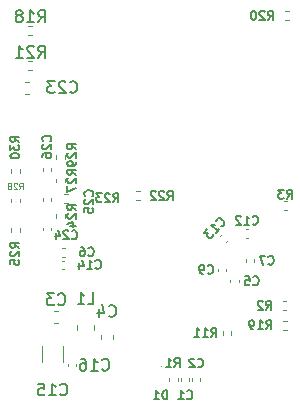
<source format=gbr>
%TF.GenerationSoftware,KiCad,Pcbnew,(5.1.9)-1*%
%TF.CreationDate,2021-05-10T17:37:34+02:00*%
%TF.ProjectId,Driverino,44726976-6572-4696-9e6f-2e6b69636164,rev?*%
%TF.SameCoordinates,Original*%
%TF.FileFunction,Legend,Bot*%
%TF.FilePolarity,Positive*%
%FSLAX46Y46*%
G04 Gerber Fmt 4.6, Leading zero omitted, Abs format (unit mm)*
G04 Created by KiCad (PCBNEW (5.1.9)-1) date 2021-05-10 17:37:34*
%MOMM*%
%LPD*%
G01*
G04 APERTURE LIST*
%ADD10C,0.120000*%
%ADD11C,0.100000*%
%ADD12C,0.150000*%
%ADD13C,0.125000*%
G04 APERTURE END LIST*
D10*
%TO.C,C1*%
X147190000Y-108057836D02*
X147190000Y-107842164D01*
X147910000Y-108057836D02*
X147910000Y-107842164D01*
%TO.C,C2*%
X148140000Y-108057836D02*
X148140000Y-107842164D01*
X148860000Y-108057836D02*
X148860000Y-107842164D01*
%TO.C,C3*%
X136509420Y-102127500D02*
X136790580Y-102127500D01*
X136509420Y-103147500D02*
X136790580Y-103147500D01*
%TO.C,C4*%
X141460000Y-104515580D02*
X141460000Y-104234420D01*
X140440000Y-104515580D02*
X140440000Y-104234420D01*
%TO.C,C5*%
X151390000Y-99527164D02*
X151390000Y-99742836D01*
X152110000Y-99527164D02*
X152110000Y-99742836D01*
%TO.C,C6*%
X137167164Y-97560000D02*
X137382836Y-97560000D01*
X137167164Y-96840000D02*
X137382836Y-96840000D01*
%TO.C,C7*%
X152690000Y-97792164D02*
X152690000Y-98007836D01*
X153410000Y-97792164D02*
X153410000Y-98007836D01*
%TO.C,C9*%
X151060000Y-98782836D02*
X151060000Y-98567164D01*
X150340000Y-98782836D02*
X150340000Y-98567164D01*
%TO.C,C12*%
X152692164Y-95960000D02*
X152907836Y-95960000D01*
X152692164Y-95240000D02*
X152907836Y-95240000D01*
%TO.C,C13*%
X150519190Y-95771693D02*
X150671693Y-95619190D01*
X151028307Y-96280810D02*
X151180810Y-96128307D01*
%TO.C,C14*%
X137142164Y-97890000D02*
X137357836Y-97890000D01*
X137142164Y-98610000D02*
X137357836Y-98610000D01*
%TO.C,C15*%
X137260000Y-106511252D02*
X137260000Y-105088748D01*
X135440000Y-106511252D02*
X135440000Y-105088748D01*
%TO.C,C16*%
X137640000Y-106857836D02*
X137640000Y-106642164D01*
X138360000Y-106857836D02*
X138360000Y-106642164D01*
%TO.C,C23*%
X134044420Y-82740000D02*
X134325580Y-82740000D01*
X134044420Y-83760000D02*
X134325580Y-83760000D01*
%TO.C,C24*%
X136260000Y-95092164D02*
X136260000Y-95307836D01*
X135540000Y-95092164D02*
X135540000Y-95307836D01*
%TO.C,C25*%
X135540000Y-92592164D02*
X135540000Y-92807836D01*
X136260000Y-92592164D02*
X136260000Y-92807836D01*
%TO.C,C26*%
X136260000Y-90092164D02*
X136260000Y-90307836D01*
X135540000Y-90092164D02*
X135540000Y-90307836D01*
D11*
%TO.C,D1*%
X145575000Y-106860000D02*
G75*
G03*
X145575000Y-106860000I-50000J0D01*
G01*
D10*
%TO.C,L1*%
X139897500Y-103777064D02*
X139897500Y-103322936D01*
X138427500Y-103777064D02*
X138427500Y-103322936D01*
%TO.C,R1*%
X146170000Y-107796359D02*
X146170000Y-108103641D01*
X146930000Y-107796359D02*
X146930000Y-108103641D01*
%TO.C,R2*%
X155836359Y-102080000D02*
X156143641Y-102080000D01*
X155836359Y-101320000D02*
X156143641Y-101320000D01*
%TO.C,R3*%
X155923859Y-93630000D02*
X156231141Y-93630000D01*
X155923859Y-92870000D02*
X156231141Y-92870000D01*
%TO.C,R11*%
X150740000Y-104153641D02*
X150740000Y-103846359D01*
X151500000Y-104153641D02*
X151500000Y-103846359D01*
%TO.C,R18*%
X134603641Y-78780000D02*
X134296359Y-78780000D01*
X134603641Y-78020000D02*
X134296359Y-78020000D01*
%TO.C,R19*%
X155873859Y-102970000D02*
X156181141Y-102970000D01*
X155873859Y-103730000D02*
X156181141Y-103730000D01*
%TO.C,R20*%
X156046359Y-77555000D02*
X156353641Y-77555000D01*
X156046359Y-76795000D02*
X156353641Y-76795000D01*
%TO.C,R21*%
X134603641Y-81780000D02*
X134296359Y-81780000D01*
X134603641Y-81020000D02*
X134296359Y-81020000D01*
%TO.C,R22*%
X143446359Y-92020000D02*
X143753641Y-92020000D01*
X143446359Y-92780000D02*
X143753641Y-92780000D01*
%TO.C,R23*%
X137346359Y-92220000D02*
X137653641Y-92220000D01*
X137346359Y-92980000D02*
X137653641Y-92980000D01*
%TO.C,R24*%
X136620000Y-93946359D02*
X136620000Y-94253641D01*
X137380000Y-93946359D02*
X137380000Y-94253641D01*
%TO.C,R25*%
X133580000Y-95453641D02*
X133580000Y-95146359D01*
X132820000Y-95453641D02*
X132820000Y-95146359D01*
%TO.C,R27*%
X136620000Y-91253641D02*
X136620000Y-90946359D01*
X137380000Y-91253641D02*
X137380000Y-90946359D01*
%TO.C,R28*%
X132820000Y-92953641D02*
X132820000Y-92646359D01*
X133580000Y-92953641D02*
X133580000Y-92646359D01*
%TO.C,R29*%
X136620000Y-88946359D02*
X136620000Y-89253641D01*
X137380000Y-88946359D02*
X137380000Y-89253641D01*
%TO.C,R30*%
X132820000Y-90453641D02*
X132820000Y-90146359D01*
X133580000Y-90453641D02*
X133580000Y-90146359D01*
%TO.C,C1*%
D12*
X147725000Y-109567857D02*
X147760714Y-109603571D01*
X147867857Y-109639285D01*
X147939285Y-109639285D01*
X148046428Y-109603571D01*
X148117857Y-109532142D01*
X148153571Y-109460714D01*
X148189285Y-109317857D01*
X148189285Y-109210714D01*
X148153571Y-109067857D01*
X148117857Y-108996428D01*
X148046428Y-108925000D01*
X147939285Y-108889285D01*
X147867857Y-108889285D01*
X147760714Y-108925000D01*
X147725000Y-108960714D01*
X147010714Y-109639285D02*
X147439285Y-109639285D01*
X147225000Y-109639285D02*
X147225000Y-108889285D01*
X147296428Y-108996428D01*
X147367857Y-109067857D01*
X147439285Y-109103571D01*
%TO.C,C2*%
X148625000Y-106867857D02*
X148660714Y-106903571D01*
X148767857Y-106939285D01*
X148839285Y-106939285D01*
X148946428Y-106903571D01*
X149017857Y-106832142D01*
X149053571Y-106760714D01*
X149089285Y-106617857D01*
X149089285Y-106510714D01*
X149053571Y-106367857D01*
X149017857Y-106296428D01*
X148946428Y-106225000D01*
X148839285Y-106189285D01*
X148767857Y-106189285D01*
X148660714Y-106225000D01*
X148625000Y-106260714D01*
X148339285Y-106260714D02*
X148303571Y-106225000D01*
X148232142Y-106189285D01*
X148053571Y-106189285D01*
X147982142Y-106225000D01*
X147946428Y-106260714D01*
X147910714Y-106332142D01*
X147910714Y-106403571D01*
X147946428Y-106510714D01*
X148375000Y-106939285D01*
X147910714Y-106939285D01*
%TO.C,C3*%
X136826666Y-101577142D02*
X136874285Y-101624761D01*
X137017142Y-101672380D01*
X137112380Y-101672380D01*
X137255238Y-101624761D01*
X137350476Y-101529523D01*
X137398095Y-101434285D01*
X137445714Y-101243809D01*
X137445714Y-101100952D01*
X137398095Y-100910476D01*
X137350476Y-100815238D01*
X137255238Y-100720000D01*
X137112380Y-100672380D01*
X137017142Y-100672380D01*
X136874285Y-100720000D01*
X136826666Y-100767619D01*
X136493333Y-100672380D02*
X135874285Y-100672380D01*
X136207619Y-101053333D01*
X136064761Y-101053333D01*
X135969523Y-101100952D01*
X135921904Y-101148571D01*
X135874285Y-101243809D01*
X135874285Y-101481904D01*
X135921904Y-101577142D01*
X135969523Y-101624761D01*
X136064761Y-101672380D01*
X136350476Y-101672380D01*
X136445714Y-101624761D01*
X136493333Y-101577142D01*
%TO.C,C4*%
X141116666Y-102557142D02*
X141164285Y-102604761D01*
X141307142Y-102652380D01*
X141402380Y-102652380D01*
X141545238Y-102604761D01*
X141640476Y-102509523D01*
X141688095Y-102414285D01*
X141735714Y-102223809D01*
X141735714Y-102080952D01*
X141688095Y-101890476D01*
X141640476Y-101795238D01*
X141545238Y-101700000D01*
X141402380Y-101652380D01*
X141307142Y-101652380D01*
X141164285Y-101700000D01*
X141116666Y-101747619D01*
X140259523Y-101985714D02*
X140259523Y-102652380D01*
X140497619Y-101604761D02*
X140735714Y-102319047D01*
X140116666Y-102319047D01*
%TO.C,C5*%
X153325000Y-99902857D02*
X153360714Y-99938571D01*
X153467857Y-99974285D01*
X153539285Y-99974285D01*
X153646428Y-99938571D01*
X153717857Y-99867142D01*
X153753571Y-99795714D01*
X153789285Y-99652857D01*
X153789285Y-99545714D01*
X153753571Y-99402857D01*
X153717857Y-99331428D01*
X153646428Y-99260000D01*
X153539285Y-99224285D01*
X153467857Y-99224285D01*
X153360714Y-99260000D01*
X153325000Y-99295714D01*
X152646428Y-99224285D02*
X153003571Y-99224285D01*
X153039285Y-99581428D01*
X153003571Y-99545714D01*
X152932142Y-99510000D01*
X152753571Y-99510000D01*
X152682142Y-99545714D01*
X152646428Y-99581428D01*
X152610714Y-99652857D01*
X152610714Y-99831428D01*
X152646428Y-99902857D01*
X152682142Y-99938571D01*
X152753571Y-99974285D01*
X152932142Y-99974285D01*
X153003571Y-99938571D01*
X153039285Y-99902857D01*
%TO.C,C6*%
X139375000Y-97442857D02*
X139410714Y-97478571D01*
X139517857Y-97514285D01*
X139589285Y-97514285D01*
X139696428Y-97478571D01*
X139767857Y-97407142D01*
X139803571Y-97335714D01*
X139839285Y-97192857D01*
X139839285Y-97085714D01*
X139803571Y-96942857D01*
X139767857Y-96871428D01*
X139696428Y-96800000D01*
X139589285Y-96764285D01*
X139517857Y-96764285D01*
X139410714Y-96800000D01*
X139375000Y-96835714D01*
X138732142Y-96764285D02*
X138875000Y-96764285D01*
X138946428Y-96800000D01*
X138982142Y-96835714D01*
X139053571Y-96942857D01*
X139089285Y-97085714D01*
X139089285Y-97371428D01*
X139053571Y-97442857D01*
X139017857Y-97478571D01*
X138946428Y-97514285D01*
X138803571Y-97514285D01*
X138732142Y-97478571D01*
X138696428Y-97442857D01*
X138660714Y-97371428D01*
X138660714Y-97192857D01*
X138696428Y-97121428D01*
X138732142Y-97085714D01*
X138803571Y-97050000D01*
X138946428Y-97050000D01*
X139017857Y-97085714D01*
X139053571Y-97121428D01*
X139089285Y-97192857D01*
%TO.C,C7*%
X154625000Y-98167857D02*
X154660714Y-98203571D01*
X154767857Y-98239285D01*
X154839285Y-98239285D01*
X154946428Y-98203571D01*
X155017857Y-98132142D01*
X155053571Y-98060714D01*
X155089285Y-97917857D01*
X155089285Y-97810714D01*
X155053571Y-97667857D01*
X155017857Y-97596428D01*
X154946428Y-97525000D01*
X154839285Y-97489285D01*
X154767857Y-97489285D01*
X154660714Y-97525000D01*
X154625000Y-97560714D01*
X154375000Y-97489285D02*
X153875000Y-97489285D01*
X154196428Y-98239285D01*
%TO.C,C9*%
X149475000Y-98942857D02*
X149510714Y-98978571D01*
X149617857Y-99014285D01*
X149689285Y-99014285D01*
X149796428Y-98978571D01*
X149867857Y-98907142D01*
X149903571Y-98835714D01*
X149939285Y-98692857D01*
X149939285Y-98585714D01*
X149903571Y-98442857D01*
X149867857Y-98371428D01*
X149796428Y-98300000D01*
X149689285Y-98264285D01*
X149617857Y-98264285D01*
X149510714Y-98300000D01*
X149475000Y-98335714D01*
X149117857Y-99014285D02*
X148975000Y-99014285D01*
X148903571Y-98978571D01*
X148867857Y-98942857D01*
X148796428Y-98835714D01*
X148760714Y-98692857D01*
X148760714Y-98407142D01*
X148796428Y-98335714D01*
X148832142Y-98300000D01*
X148903571Y-98264285D01*
X149046428Y-98264285D01*
X149117857Y-98300000D01*
X149153571Y-98335714D01*
X149189285Y-98407142D01*
X149189285Y-98585714D01*
X149153571Y-98657142D01*
X149117857Y-98692857D01*
X149046428Y-98728571D01*
X148903571Y-98728571D01*
X148832142Y-98692857D01*
X148796428Y-98657142D01*
X148760714Y-98585714D01*
%TO.C,C12*%
X153282142Y-94767857D02*
X153317857Y-94803571D01*
X153425000Y-94839285D01*
X153496428Y-94839285D01*
X153603571Y-94803571D01*
X153675000Y-94732142D01*
X153710714Y-94660714D01*
X153746428Y-94517857D01*
X153746428Y-94410714D01*
X153710714Y-94267857D01*
X153675000Y-94196428D01*
X153603571Y-94125000D01*
X153496428Y-94089285D01*
X153425000Y-94089285D01*
X153317857Y-94125000D01*
X153282142Y-94160714D01*
X152567857Y-94839285D02*
X152996428Y-94839285D01*
X152782142Y-94839285D02*
X152782142Y-94089285D01*
X152853571Y-94196428D01*
X152925000Y-94267857D01*
X152996428Y-94303571D01*
X152282142Y-94160714D02*
X152246428Y-94125000D01*
X152175000Y-94089285D01*
X151996428Y-94089285D01*
X151925000Y-94125000D01*
X151889285Y-94160714D01*
X151853571Y-94232142D01*
X151853571Y-94303571D01*
X151889285Y-94410714D01*
X152317857Y-94839285D01*
X151853571Y-94839285D01*
%TO.C,C13*%
X150630329Y-94998477D02*
X150680836Y-94998477D01*
X150781851Y-94947969D01*
X150832359Y-94897461D01*
X150882867Y-94796446D01*
X150882867Y-94695431D01*
X150857613Y-94619669D01*
X150781851Y-94493400D01*
X150706090Y-94417639D01*
X150579821Y-94341877D01*
X150504060Y-94316624D01*
X150403044Y-94316624D01*
X150302029Y-94367131D01*
X150251521Y-94417639D01*
X150201014Y-94518654D01*
X150201014Y-94569162D01*
X150175760Y-95554061D02*
X150478806Y-95251015D01*
X150327283Y-95402538D02*
X149796953Y-94872208D01*
X149923222Y-94897461D01*
X150024237Y-94897461D01*
X150099999Y-94872208D01*
X149468653Y-95200507D02*
X149140354Y-95528807D01*
X149519161Y-95554061D01*
X149443399Y-95629822D01*
X149418146Y-95705583D01*
X149418146Y-95756091D01*
X149443399Y-95831852D01*
X149569668Y-95958122D01*
X149645430Y-95983375D01*
X149695937Y-95983375D01*
X149771699Y-95958122D01*
X149923222Y-95806599D01*
X149948476Y-95730837D01*
X149948476Y-95680330D01*
%TO.C,C14*%
X139982142Y-98517857D02*
X140017857Y-98553571D01*
X140125000Y-98589285D01*
X140196428Y-98589285D01*
X140303571Y-98553571D01*
X140375000Y-98482142D01*
X140410714Y-98410714D01*
X140446428Y-98267857D01*
X140446428Y-98160714D01*
X140410714Y-98017857D01*
X140375000Y-97946428D01*
X140303571Y-97875000D01*
X140196428Y-97839285D01*
X140125000Y-97839285D01*
X140017857Y-97875000D01*
X139982142Y-97910714D01*
X139267857Y-98589285D02*
X139696428Y-98589285D01*
X139482142Y-98589285D02*
X139482142Y-97839285D01*
X139553571Y-97946428D01*
X139625000Y-98017857D01*
X139696428Y-98053571D01*
X138625000Y-98089285D02*
X138625000Y-98589285D01*
X138803571Y-97803571D02*
X138982142Y-98339285D01*
X138517857Y-98339285D01*
%TO.C,C15*%
X136992857Y-109207142D02*
X137040476Y-109254761D01*
X137183333Y-109302380D01*
X137278571Y-109302380D01*
X137421428Y-109254761D01*
X137516666Y-109159523D01*
X137564285Y-109064285D01*
X137611904Y-108873809D01*
X137611904Y-108730952D01*
X137564285Y-108540476D01*
X137516666Y-108445238D01*
X137421428Y-108350000D01*
X137278571Y-108302380D01*
X137183333Y-108302380D01*
X137040476Y-108350000D01*
X136992857Y-108397619D01*
X136040476Y-109302380D02*
X136611904Y-109302380D01*
X136326190Y-109302380D02*
X136326190Y-108302380D01*
X136421428Y-108445238D01*
X136516666Y-108540476D01*
X136611904Y-108588095D01*
X135135714Y-108302380D02*
X135611904Y-108302380D01*
X135659523Y-108778571D01*
X135611904Y-108730952D01*
X135516666Y-108683333D01*
X135278571Y-108683333D01*
X135183333Y-108730952D01*
X135135714Y-108778571D01*
X135088095Y-108873809D01*
X135088095Y-109111904D01*
X135135714Y-109207142D01*
X135183333Y-109254761D01*
X135278571Y-109302380D01*
X135516666Y-109302380D01*
X135611904Y-109254761D01*
X135659523Y-109207142D01*
%TO.C,C16*%
X140542857Y-107107142D02*
X140590476Y-107154761D01*
X140733333Y-107202380D01*
X140828571Y-107202380D01*
X140971428Y-107154761D01*
X141066666Y-107059523D01*
X141114285Y-106964285D01*
X141161904Y-106773809D01*
X141161904Y-106630952D01*
X141114285Y-106440476D01*
X141066666Y-106345238D01*
X140971428Y-106250000D01*
X140828571Y-106202380D01*
X140733333Y-106202380D01*
X140590476Y-106250000D01*
X140542857Y-106297619D01*
X139590476Y-107202380D02*
X140161904Y-107202380D01*
X139876190Y-107202380D02*
X139876190Y-106202380D01*
X139971428Y-106345238D01*
X140066666Y-106440476D01*
X140161904Y-106488095D01*
X138733333Y-106202380D02*
X138923809Y-106202380D01*
X139019047Y-106250000D01*
X139066666Y-106297619D01*
X139161904Y-106440476D01*
X139209523Y-106630952D01*
X139209523Y-107011904D01*
X139161904Y-107107142D01*
X139114285Y-107154761D01*
X139019047Y-107202380D01*
X138828571Y-107202380D01*
X138733333Y-107154761D01*
X138685714Y-107107142D01*
X138638095Y-107011904D01*
X138638095Y-106773809D01*
X138685714Y-106678571D01*
X138733333Y-106630952D01*
X138828571Y-106583333D01*
X139019047Y-106583333D01*
X139114285Y-106630952D01*
X139161904Y-106678571D01*
X139209523Y-106773809D01*
%TO.C,C23*%
X137827857Y-83607142D02*
X137875476Y-83654761D01*
X138018333Y-83702380D01*
X138113571Y-83702380D01*
X138256428Y-83654761D01*
X138351666Y-83559523D01*
X138399285Y-83464285D01*
X138446904Y-83273809D01*
X138446904Y-83130952D01*
X138399285Y-82940476D01*
X138351666Y-82845238D01*
X138256428Y-82750000D01*
X138113571Y-82702380D01*
X138018333Y-82702380D01*
X137875476Y-82750000D01*
X137827857Y-82797619D01*
X137446904Y-82797619D02*
X137399285Y-82750000D01*
X137304047Y-82702380D01*
X137065952Y-82702380D01*
X136970714Y-82750000D01*
X136923095Y-82797619D01*
X136875476Y-82892857D01*
X136875476Y-82988095D01*
X136923095Y-83130952D01*
X137494523Y-83702380D01*
X136875476Y-83702380D01*
X136542142Y-82702380D02*
X135923095Y-82702380D01*
X136256428Y-83083333D01*
X136113571Y-83083333D01*
X136018333Y-83130952D01*
X135970714Y-83178571D01*
X135923095Y-83273809D01*
X135923095Y-83511904D01*
X135970714Y-83607142D01*
X136018333Y-83654761D01*
X136113571Y-83702380D01*
X136399285Y-83702380D01*
X136494523Y-83654761D01*
X136542142Y-83607142D01*
%TO.C,C24*%
X137982142Y-96017857D02*
X138017857Y-96053571D01*
X138125000Y-96089285D01*
X138196428Y-96089285D01*
X138303571Y-96053571D01*
X138375000Y-95982142D01*
X138410714Y-95910714D01*
X138446428Y-95767857D01*
X138446428Y-95660714D01*
X138410714Y-95517857D01*
X138375000Y-95446428D01*
X138303571Y-95375000D01*
X138196428Y-95339285D01*
X138125000Y-95339285D01*
X138017857Y-95375000D01*
X137982142Y-95410714D01*
X137696428Y-95410714D02*
X137660714Y-95375000D01*
X137589285Y-95339285D01*
X137410714Y-95339285D01*
X137339285Y-95375000D01*
X137303571Y-95410714D01*
X137267857Y-95482142D01*
X137267857Y-95553571D01*
X137303571Y-95660714D01*
X137732142Y-96089285D01*
X137267857Y-96089285D01*
X136625000Y-95589285D02*
X136625000Y-96089285D01*
X136803571Y-95303571D02*
X136982142Y-95839285D01*
X136517857Y-95839285D01*
%TO.C,C25*%
X139717857Y-92417857D02*
X139753571Y-92382142D01*
X139789285Y-92275000D01*
X139789285Y-92203571D01*
X139753571Y-92096428D01*
X139682142Y-92025000D01*
X139610714Y-91989285D01*
X139467857Y-91953571D01*
X139360714Y-91953571D01*
X139217857Y-91989285D01*
X139146428Y-92025000D01*
X139075000Y-92096428D01*
X139039285Y-92203571D01*
X139039285Y-92275000D01*
X139075000Y-92382142D01*
X139110714Y-92417857D01*
X139110714Y-92703571D02*
X139075000Y-92739285D01*
X139039285Y-92810714D01*
X139039285Y-92989285D01*
X139075000Y-93060714D01*
X139110714Y-93096428D01*
X139182142Y-93132142D01*
X139253571Y-93132142D01*
X139360714Y-93096428D01*
X139789285Y-92667857D01*
X139789285Y-93132142D01*
X139039285Y-93810714D02*
X139039285Y-93453571D01*
X139396428Y-93417857D01*
X139360714Y-93453571D01*
X139325000Y-93525000D01*
X139325000Y-93703571D01*
X139360714Y-93775000D01*
X139396428Y-93810714D01*
X139467857Y-93846428D01*
X139646428Y-93846428D01*
X139717857Y-93810714D01*
X139753571Y-93775000D01*
X139789285Y-93703571D01*
X139789285Y-93525000D01*
X139753571Y-93453571D01*
X139717857Y-93417857D01*
%TO.C,C26*%
X136167857Y-87767857D02*
X136203571Y-87732142D01*
X136239285Y-87625000D01*
X136239285Y-87553571D01*
X136203571Y-87446428D01*
X136132142Y-87375000D01*
X136060714Y-87339285D01*
X135917857Y-87303571D01*
X135810714Y-87303571D01*
X135667857Y-87339285D01*
X135596428Y-87375000D01*
X135525000Y-87446428D01*
X135489285Y-87553571D01*
X135489285Y-87625000D01*
X135525000Y-87732142D01*
X135560714Y-87767857D01*
X135560714Y-88053571D02*
X135525000Y-88089285D01*
X135489285Y-88160714D01*
X135489285Y-88339285D01*
X135525000Y-88410714D01*
X135560714Y-88446428D01*
X135632142Y-88482142D01*
X135703571Y-88482142D01*
X135810714Y-88446428D01*
X136239285Y-88017857D01*
X136239285Y-88482142D01*
X135489285Y-89125000D02*
X135489285Y-88982142D01*
X135525000Y-88910714D01*
X135560714Y-88875000D01*
X135667857Y-88803571D01*
X135810714Y-88767857D01*
X136096428Y-88767857D01*
X136167857Y-88803571D01*
X136203571Y-88839285D01*
X136239285Y-88910714D01*
X136239285Y-89053571D01*
X136203571Y-89125000D01*
X136167857Y-89160714D01*
X136096428Y-89196428D01*
X135917857Y-89196428D01*
X135846428Y-89160714D01*
X135810714Y-89125000D01*
X135775000Y-89053571D01*
X135775000Y-88910714D01*
X135810714Y-88839285D01*
X135846428Y-88803571D01*
X135917857Y-88767857D01*
%TO.C,D1*%
X146053571Y-109639285D02*
X146053571Y-108889285D01*
X145875000Y-108889285D01*
X145767857Y-108925000D01*
X145696428Y-108996428D01*
X145660714Y-109067857D01*
X145625000Y-109210714D01*
X145625000Y-109317857D01*
X145660714Y-109460714D01*
X145696428Y-109532142D01*
X145767857Y-109603571D01*
X145875000Y-109639285D01*
X146053571Y-109639285D01*
X144910714Y-109639285D02*
X145339285Y-109639285D01*
X145125000Y-109639285D02*
X145125000Y-108889285D01*
X145196428Y-108996428D01*
X145267857Y-109067857D01*
X145339285Y-109103571D01*
%TO.C,L1*%
X139326666Y-101582380D02*
X139802857Y-101582380D01*
X139802857Y-100582380D01*
X138469523Y-101582380D02*
X139040952Y-101582380D01*
X138755238Y-101582380D02*
X138755238Y-100582380D01*
X138850476Y-100725238D01*
X138945714Y-100820476D01*
X139040952Y-100868095D01*
%TO.C,R1*%
X146675000Y-106889285D02*
X146925000Y-106532142D01*
X147103571Y-106889285D02*
X147103571Y-106139285D01*
X146817857Y-106139285D01*
X146746428Y-106175000D01*
X146710714Y-106210714D01*
X146675000Y-106282142D01*
X146675000Y-106389285D01*
X146710714Y-106460714D01*
X146746428Y-106496428D01*
X146817857Y-106532142D01*
X147103571Y-106532142D01*
X145960714Y-106889285D02*
X146389285Y-106889285D01*
X146175000Y-106889285D02*
X146175000Y-106139285D01*
X146246428Y-106246428D01*
X146317857Y-106317857D01*
X146389285Y-106353571D01*
%TO.C,R2*%
X154425000Y-102039285D02*
X154675000Y-101682142D01*
X154853571Y-102039285D02*
X154853571Y-101289285D01*
X154567857Y-101289285D01*
X154496428Y-101325000D01*
X154460714Y-101360714D01*
X154425000Y-101432142D01*
X154425000Y-101539285D01*
X154460714Y-101610714D01*
X154496428Y-101646428D01*
X154567857Y-101682142D01*
X154853571Y-101682142D01*
X154139285Y-101360714D02*
X154103571Y-101325000D01*
X154032142Y-101289285D01*
X153853571Y-101289285D01*
X153782142Y-101325000D01*
X153746428Y-101360714D01*
X153710714Y-101432142D01*
X153710714Y-101503571D01*
X153746428Y-101610714D01*
X154175000Y-102039285D01*
X153710714Y-102039285D01*
%TO.C,R3*%
X156175000Y-92639285D02*
X156425000Y-92282142D01*
X156603571Y-92639285D02*
X156603571Y-91889285D01*
X156317857Y-91889285D01*
X156246428Y-91925000D01*
X156210714Y-91960714D01*
X156175000Y-92032142D01*
X156175000Y-92139285D01*
X156210714Y-92210714D01*
X156246428Y-92246428D01*
X156317857Y-92282142D01*
X156603571Y-92282142D01*
X155925000Y-91889285D02*
X155460714Y-91889285D01*
X155710714Y-92175000D01*
X155603571Y-92175000D01*
X155532142Y-92210714D01*
X155496428Y-92246428D01*
X155460714Y-92317857D01*
X155460714Y-92496428D01*
X155496428Y-92567857D01*
X155532142Y-92603571D01*
X155603571Y-92639285D01*
X155817857Y-92639285D01*
X155889285Y-92603571D01*
X155925000Y-92567857D01*
%TO.C,R11*%
X149782142Y-104339285D02*
X150032142Y-103982142D01*
X150210714Y-104339285D02*
X150210714Y-103589285D01*
X149925000Y-103589285D01*
X149853571Y-103625000D01*
X149817857Y-103660714D01*
X149782142Y-103732142D01*
X149782142Y-103839285D01*
X149817857Y-103910714D01*
X149853571Y-103946428D01*
X149925000Y-103982142D01*
X150210714Y-103982142D01*
X149067857Y-104339285D02*
X149496428Y-104339285D01*
X149282142Y-104339285D02*
X149282142Y-103589285D01*
X149353571Y-103696428D01*
X149425000Y-103767857D01*
X149496428Y-103803571D01*
X148353571Y-104339285D02*
X148782142Y-104339285D01*
X148567857Y-104339285D02*
X148567857Y-103589285D01*
X148639285Y-103696428D01*
X148710714Y-103767857D01*
X148782142Y-103803571D01*
%TO.C,R18*%
X135142857Y-77702380D02*
X135476190Y-77226190D01*
X135714285Y-77702380D02*
X135714285Y-76702380D01*
X135333333Y-76702380D01*
X135238095Y-76750000D01*
X135190476Y-76797619D01*
X135142857Y-76892857D01*
X135142857Y-77035714D01*
X135190476Y-77130952D01*
X135238095Y-77178571D01*
X135333333Y-77226190D01*
X135714285Y-77226190D01*
X134190476Y-77702380D02*
X134761904Y-77702380D01*
X134476190Y-77702380D02*
X134476190Y-76702380D01*
X134571428Y-76845238D01*
X134666666Y-76940476D01*
X134761904Y-76988095D01*
X133619047Y-77130952D02*
X133714285Y-77083333D01*
X133761904Y-77035714D01*
X133809523Y-76940476D01*
X133809523Y-76892857D01*
X133761904Y-76797619D01*
X133714285Y-76750000D01*
X133619047Y-76702380D01*
X133428571Y-76702380D01*
X133333333Y-76750000D01*
X133285714Y-76797619D01*
X133238095Y-76892857D01*
X133238095Y-76940476D01*
X133285714Y-77035714D01*
X133333333Y-77083333D01*
X133428571Y-77130952D01*
X133619047Y-77130952D01*
X133714285Y-77178571D01*
X133761904Y-77226190D01*
X133809523Y-77321428D01*
X133809523Y-77511904D01*
X133761904Y-77607142D01*
X133714285Y-77654761D01*
X133619047Y-77702380D01*
X133428571Y-77702380D01*
X133333333Y-77654761D01*
X133285714Y-77607142D01*
X133238095Y-77511904D01*
X133238095Y-77321428D01*
X133285714Y-77226190D01*
X133333333Y-77178571D01*
X133428571Y-77130952D01*
%TO.C,R19*%
X154432142Y-103689285D02*
X154682142Y-103332142D01*
X154860714Y-103689285D02*
X154860714Y-102939285D01*
X154575000Y-102939285D01*
X154503571Y-102975000D01*
X154467857Y-103010714D01*
X154432142Y-103082142D01*
X154432142Y-103189285D01*
X154467857Y-103260714D01*
X154503571Y-103296428D01*
X154575000Y-103332142D01*
X154860714Y-103332142D01*
X153717857Y-103689285D02*
X154146428Y-103689285D01*
X153932142Y-103689285D02*
X153932142Y-102939285D01*
X154003571Y-103046428D01*
X154075000Y-103117857D01*
X154146428Y-103153571D01*
X153360714Y-103689285D02*
X153217857Y-103689285D01*
X153146428Y-103653571D01*
X153110714Y-103617857D01*
X153039285Y-103510714D01*
X153003571Y-103367857D01*
X153003571Y-103082142D01*
X153039285Y-103010714D01*
X153075000Y-102975000D01*
X153146428Y-102939285D01*
X153289285Y-102939285D01*
X153360714Y-102975000D01*
X153396428Y-103010714D01*
X153432142Y-103082142D01*
X153432142Y-103260714D01*
X153396428Y-103332142D01*
X153360714Y-103367857D01*
X153289285Y-103403571D01*
X153146428Y-103403571D01*
X153075000Y-103367857D01*
X153039285Y-103332142D01*
X153003571Y-103260714D01*
%TO.C,R20*%
X154582142Y-77514285D02*
X154832142Y-77157142D01*
X155010714Y-77514285D02*
X155010714Y-76764285D01*
X154725000Y-76764285D01*
X154653571Y-76800000D01*
X154617857Y-76835714D01*
X154582142Y-76907142D01*
X154582142Y-77014285D01*
X154617857Y-77085714D01*
X154653571Y-77121428D01*
X154725000Y-77157142D01*
X155010714Y-77157142D01*
X154296428Y-76835714D02*
X154260714Y-76800000D01*
X154189285Y-76764285D01*
X154010714Y-76764285D01*
X153939285Y-76800000D01*
X153903571Y-76835714D01*
X153867857Y-76907142D01*
X153867857Y-76978571D01*
X153903571Y-77085714D01*
X154332142Y-77514285D01*
X153867857Y-77514285D01*
X153403571Y-76764285D02*
X153332142Y-76764285D01*
X153260714Y-76800000D01*
X153225000Y-76835714D01*
X153189285Y-76907142D01*
X153153571Y-77050000D01*
X153153571Y-77228571D01*
X153189285Y-77371428D01*
X153225000Y-77442857D01*
X153260714Y-77478571D01*
X153332142Y-77514285D01*
X153403571Y-77514285D01*
X153475000Y-77478571D01*
X153510714Y-77442857D01*
X153546428Y-77371428D01*
X153582142Y-77228571D01*
X153582142Y-77050000D01*
X153546428Y-76907142D01*
X153510714Y-76835714D01*
X153475000Y-76800000D01*
X153403571Y-76764285D01*
%TO.C,R21*%
X135142857Y-80702380D02*
X135476190Y-80226190D01*
X135714285Y-80702380D02*
X135714285Y-79702380D01*
X135333333Y-79702380D01*
X135238095Y-79750000D01*
X135190476Y-79797619D01*
X135142857Y-79892857D01*
X135142857Y-80035714D01*
X135190476Y-80130952D01*
X135238095Y-80178571D01*
X135333333Y-80226190D01*
X135714285Y-80226190D01*
X134761904Y-79797619D02*
X134714285Y-79750000D01*
X134619047Y-79702380D01*
X134380952Y-79702380D01*
X134285714Y-79750000D01*
X134238095Y-79797619D01*
X134190476Y-79892857D01*
X134190476Y-79988095D01*
X134238095Y-80130952D01*
X134809523Y-80702380D01*
X134190476Y-80702380D01*
X133238095Y-80702380D02*
X133809523Y-80702380D01*
X133523809Y-80702380D02*
X133523809Y-79702380D01*
X133619047Y-79845238D01*
X133714285Y-79940476D01*
X133809523Y-79988095D01*
%TO.C,R22*%
X146082142Y-92739285D02*
X146332142Y-92382142D01*
X146510714Y-92739285D02*
X146510714Y-91989285D01*
X146225000Y-91989285D01*
X146153571Y-92025000D01*
X146117857Y-92060714D01*
X146082142Y-92132142D01*
X146082142Y-92239285D01*
X146117857Y-92310714D01*
X146153571Y-92346428D01*
X146225000Y-92382142D01*
X146510714Y-92382142D01*
X145796428Y-92060714D02*
X145760714Y-92025000D01*
X145689285Y-91989285D01*
X145510714Y-91989285D01*
X145439285Y-92025000D01*
X145403571Y-92060714D01*
X145367857Y-92132142D01*
X145367857Y-92203571D01*
X145403571Y-92310714D01*
X145832142Y-92739285D01*
X145367857Y-92739285D01*
X145082142Y-92060714D02*
X145046428Y-92025000D01*
X144975000Y-91989285D01*
X144796428Y-91989285D01*
X144725000Y-92025000D01*
X144689285Y-92060714D01*
X144653571Y-92132142D01*
X144653571Y-92203571D01*
X144689285Y-92310714D01*
X145117857Y-92739285D01*
X144653571Y-92739285D01*
%TO.C,R23*%
X141482142Y-92939285D02*
X141732142Y-92582142D01*
X141910714Y-92939285D02*
X141910714Y-92189285D01*
X141625000Y-92189285D01*
X141553571Y-92225000D01*
X141517857Y-92260714D01*
X141482142Y-92332142D01*
X141482142Y-92439285D01*
X141517857Y-92510714D01*
X141553571Y-92546428D01*
X141625000Y-92582142D01*
X141910714Y-92582142D01*
X141196428Y-92260714D02*
X141160714Y-92225000D01*
X141089285Y-92189285D01*
X140910714Y-92189285D01*
X140839285Y-92225000D01*
X140803571Y-92260714D01*
X140767857Y-92332142D01*
X140767857Y-92403571D01*
X140803571Y-92510714D01*
X141232142Y-92939285D01*
X140767857Y-92939285D01*
X140517857Y-92189285D02*
X140053571Y-92189285D01*
X140303571Y-92475000D01*
X140196428Y-92475000D01*
X140125000Y-92510714D01*
X140089285Y-92546428D01*
X140053571Y-92617857D01*
X140053571Y-92796428D01*
X140089285Y-92867857D01*
X140125000Y-92903571D01*
X140196428Y-92939285D01*
X140410714Y-92939285D01*
X140482142Y-92903571D01*
X140517857Y-92867857D01*
%TO.C,R24*%
X138339285Y-93617857D02*
X137982142Y-93367857D01*
X138339285Y-93189285D02*
X137589285Y-93189285D01*
X137589285Y-93475000D01*
X137625000Y-93546428D01*
X137660714Y-93582142D01*
X137732142Y-93617857D01*
X137839285Y-93617857D01*
X137910714Y-93582142D01*
X137946428Y-93546428D01*
X137982142Y-93475000D01*
X137982142Y-93189285D01*
X137660714Y-93903571D02*
X137625000Y-93939285D01*
X137589285Y-94010714D01*
X137589285Y-94189285D01*
X137625000Y-94260714D01*
X137660714Y-94296428D01*
X137732142Y-94332142D01*
X137803571Y-94332142D01*
X137910714Y-94296428D01*
X138339285Y-93867857D01*
X138339285Y-94332142D01*
X137839285Y-94975000D02*
X138339285Y-94975000D01*
X137553571Y-94796428D02*
X138089285Y-94617857D01*
X138089285Y-95082142D01*
%TO.C,R25*%
X133539285Y-96817857D02*
X133182142Y-96567857D01*
X133539285Y-96389285D02*
X132789285Y-96389285D01*
X132789285Y-96675000D01*
X132825000Y-96746428D01*
X132860714Y-96782142D01*
X132932142Y-96817857D01*
X133039285Y-96817857D01*
X133110714Y-96782142D01*
X133146428Y-96746428D01*
X133182142Y-96675000D01*
X133182142Y-96389285D01*
X132860714Y-97103571D02*
X132825000Y-97139285D01*
X132789285Y-97210714D01*
X132789285Y-97389285D01*
X132825000Y-97460714D01*
X132860714Y-97496428D01*
X132932142Y-97532142D01*
X133003571Y-97532142D01*
X133110714Y-97496428D01*
X133539285Y-97067857D01*
X133539285Y-97532142D01*
X132789285Y-98210714D02*
X132789285Y-97853571D01*
X133146428Y-97817857D01*
X133110714Y-97853571D01*
X133075000Y-97925000D01*
X133075000Y-98103571D01*
X133110714Y-98175000D01*
X133146428Y-98210714D01*
X133217857Y-98246428D01*
X133396428Y-98246428D01*
X133467857Y-98210714D01*
X133503571Y-98175000D01*
X133539285Y-98103571D01*
X133539285Y-97925000D01*
X133503571Y-97853571D01*
X133467857Y-97817857D01*
%TO.C,R27*%
X138339285Y-90617857D02*
X137982142Y-90367857D01*
X138339285Y-90189285D02*
X137589285Y-90189285D01*
X137589285Y-90475000D01*
X137625000Y-90546428D01*
X137660714Y-90582142D01*
X137732142Y-90617857D01*
X137839285Y-90617857D01*
X137910714Y-90582142D01*
X137946428Y-90546428D01*
X137982142Y-90475000D01*
X137982142Y-90189285D01*
X137660714Y-90903571D02*
X137625000Y-90939285D01*
X137589285Y-91010714D01*
X137589285Y-91189285D01*
X137625000Y-91260714D01*
X137660714Y-91296428D01*
X137732142Y-91332142D01*
X137803571Y-91332142D01*
X137910714Y-91296428D01*
X138339285Y-90867857D01*
X138339285Y-91332142D01*
X137589285Y-91582142D02*
X137589285Y-92082142D01*
X138339285Y-91760714D01*
%TO.C,R28*%
D13*
X133521428Y-91826190D02*
X133688095Y-91588095D01*
X133807142Y-91826190D02*
X133807142Y-91326190D01*
X133616666Y-91326190D01*
X133569047Y-91350000D01*
X133545238Y-91373809D01*
X133521428Y-91421428D01*
X133521428Y-91492857D01*
X133545238Y-91540476D01*
X133569047Y-91564285D01*
X133616666Y-91588095D01*
X133807142Y-91588095D01*
X133330952Y-91373809D02*
X133307142Y-91350000D01*
X133259523Y-91326190D01*
X133140476Y-91326190D01*
X133092857Y-91350000D01*
X133069047Y-91373809D01*
X133045238Y-91421428D01*
X133045238Y-91469047D01*
X133069047Y-91540476D01*
X133354761Y-91826190D01*
X133045238Y-91826190D01*
X132759523Y-91540476D02*
X132807142Y-91516666D01*
X132830952Y-91492857D01*
X132854761Y-91445238D01*
X132854761Y-91421428D01*
X132830952Y-91373809D01*
X132807142Y-91350000D01*
X132759523Y-91326190D01*
X132664285Y-91326190D01*
X132616666Y-91350000D01*
X132592857Y-91373809D01*
X132569047Y-91421428D01*
X132569047Y-91445238D01*
X132592857Y-91492857D01*
X132616666Y-91516666D01*
X132664285Y-91540476D01*
X132759523Y-91540476D01*
X132807142Y-91564285D01*
X132830952Y-91588095D01*
X132854761Y-91635714D01*
X132854761Y-91730952D01*
X132830952Y-91778571D01*
X132807142Y-91802380D01*
X132759523Y-91826190D01*
X132664285Y-91826190D01*
X132616666Y-91802380D01*
X132592857Y-91778571D01*
X132569047Y-91730952D01*
X132569047Y-91635714D01*
X132592857Y-91588095D01*
X132616666Y-91564285D01*
X132664285Y-91540476D01*
%TO.C,R29*%
D12*
X138339285Y-88467857D02*
X137982142Y-88217857D01*
X138339285Y-88039285D02*
X137589285Y-88039285D01*
X137589285Y-88325000D01*
X137625000Y-88396428D01*
X137660714Y-88432142D01*
X137732142Y-88467857D01*
X137839285Y-88467857D01*
X137910714Y-88432142D01*
X137946428Y-88396428D01*
X137982142Y-88325000D01*
X137982142Y-88039285D01*
X137660714Y-88753571D02*
X137625000Y-88789285D01*
X137589285Y-88860714D01*
X137589285Y-89039285D01*
X137625000Y-89110714D01*
X137660714Y-89146428D01*
X137732142Y-89182142D01*
X137803571Y-89182142D01*
X137910714Y-89146428D01*
X138339285Y-88717857D01*
X138339285Y-89182142D01*
X138339285Y-89539285D02*
X138339285Y-89682142D01*
X138303571Y-89753571D01*
X138267857Y-89789285D01*
X138160714Y-89860714D01*
X138017857Y-89896428D01*
X137732142Y-89896428D01*
X137660714Y-89860714D01*
X137625000Y-89825000D01*
X137589285Y-89753571D01*
X137589285Y-89610714D01*
X137625000Y-89539285D01*
X137660714Y-89503571D01*
X137732142Y-89467857D01*
X137910714Y-89467857D01*
X137982142Y-89503571D01*
X138017857Y-89539285D01*
X138053571Y-89610714D01*
X138053571Y-89753571D01*
X138017857Y-89825000D01*
X137982142Y-89860714D01*
X137910714Y-89896428D01*
%TO.C,R30*%
X133539285Y-87817857D02*
X133182142Y-87567857D01*
X133539285Y-87389285D02*
X132789285Y-87389285D01*
X132789285Y-87675000D01*
X132825000Y-87746428D01*
X132860714Y-87782142D01*
X132932142Y-87817857D01*
X133039285Y-87817857D01*
X133110714Y-87782142D01*
X133146428Y-87746428D01*
X133182142Y-87675000D01*
X133182142Y-87389285D01*
X132789285Y-88067857D02*
X132789285Y-88532142D01*
X133075000Y-88282142D01*
X133075000Y-88389285D01*
X133110714Y-88460714D01*
X133146428Y-88496428D01*
X133217857Y-88532142D01*
X133396428Y-88532142D01*
X133467857Y-88496428D01*
X133503571Y-88460714D01*
X133539285Y-88389285D01*
X133539285Y-88175000D01*
X133503571Y-88103571D01*
X133467857Y-88067857D01*
X132789285Y-88996428D02*
X132789285Y-89067857D01*
X132825000Y-89139285D01*
X132860714Y-89175000D01*
X132932142Y-89210714D01*
X133075000Y-89246428D01*
X133253571Y-89246428D01*
X133396428Y-89210714D01*
X133467857Y-89175000D01*
X133503571Y-89139285D01*
X133539285Y-89067857D01*
X133539285Y-88996428D01*
X133503571Y-88925000D01*
X133467857Y-88889285D01*
X133396428Y-88853571D01*
X133253571Y-88817857D01*
X133075000Y-88817857D01*
X132932142Y-88853571D01*
X132860714Y-88889285D01*
X132825000Y-88925000D01*
X132789285Y-88996428D01*
%TD*%
M02*

</source>
